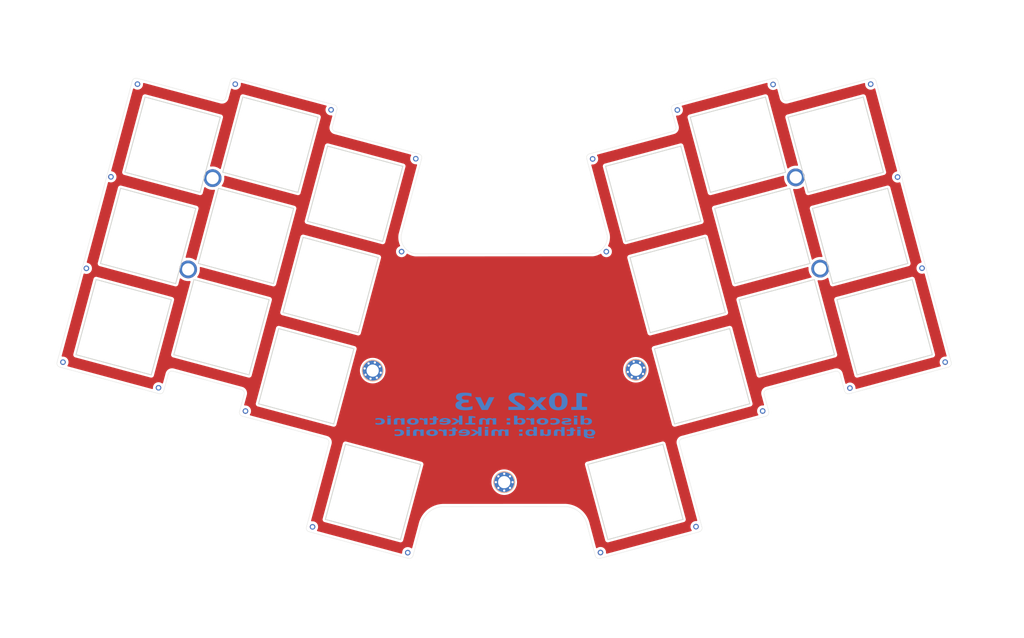
<source format=kicad_pcb>
(kicad_pcb (version 20240108) (generator "pcbnew") (generator_version "8.0")
  (title_block (title "Capsule") (date "2023-06-15") (rev "1.0"))
  (layers (0 "F.Cu" signal) (31 "B.Cu" signal) (34 "B.Paste" user) (35 "F.Paste" user) (36 "B.SilkS" user "B.Silkscreen") (37 "F.SilkS" user "F.Silkscreen") (38 "B.Mask" user) (39 "F.Mask" user) (44 "Edge.Cuts" user))
  (net 0 "")
  (footprint "miketronic_fplib:MB_VIA-.6mm" (layer "F.Cu") (at 146.462893 139.229397)
    (property "Reference" "REF**" (hide yes))
    (property "Value" "MB_VIA-.6mm" (hide yes))
    (pad "" thru_hole circle (at 0 0) (size 1 1) (drill 0.6) (layers "*.Cu" "*.Mask"))
  )
  (footprint "miketronic_fplib:MB_VIA-.6mm" (layer "F.Cu") (at 191.350971 109.639019)
    (property "Reference" "REF**" (hide yes))
    (property "Value" "MB_VIA-.6mm" (hide yes))
    (pad "" thru_hole circle (at 0 0) (size 1 1) (drill 0.6) (layers "*.Cu" "*.Mask"))
  )
  (footprint "miketronic_fplib:MB_VIA-.6mm" (layer "F.Cu") (at 66.925652 109.583484)
    (property "Reference" "REF**" (hide yes))
    (property "Value" "MB_VIA-.6mm" (hide yes))
    (pad "" thru_hole circle (at 0 0) (size 1 1) (drill 0.6) (layers "*.Cu" "*.Mask"))
  )
  (footprint "miketronic_fplib:MB_MountingHole_M2a" (layer "F.Cu") (at 76.661817 71.859201 -15)
    (property "Reference" "REF**" (hide yes))
    (property "Value" "MB_M2a")
    (pad "" thru_hole circle (at 0 0 345) (size 3.2 3.2) (drill 2.2) (layers "*.Cu" "*.Mask"))
  )
  (footprint "miketronic_fplib:MB_VIA-.6mm" (layer "F.Cu") (at 163.654581 134.570172)
    (property "Reference" "REF**" (hide yes))
    (property "Value" "MB_VIA-.6mm" (hide yes))
    (pad "" thru_hole circle (at 0 0) (size 1 1) (drill 0.6) (layers "*.Cu" "*.Mask"))
  )
  (footprint "miketronic_fplib:MB_VIA-.6mm" (layer "F.Cu") (at 204.327574 88.062406)
    (property "Reference" "REF**" (hide yes))
    (property "Value" "MB_VIA-.6mm" (hide yes))
    (pad "" thru_hole circle (at 0 0) (size 1 1) (drill 0.6) (layers "*.Cu" "*.Mask"))
  )
  (footprint "miketronic_fplib:MB_VIA-.6mm" (layer "F.Cu") (at 195.084919 54.941669)
    (property "Reference" "REF**" (hide yes))
    (property "Value" "MB_VIA-.6mm" (hide yes))
    (pad "" thru_hole circle (at 0 0) (size 1 1) (drill 0.6) (layers "*.Cu" "*.Mask"))
  )
  (footprint "miketronic_fplib:MB_VIA-.6mm" (layer "F.Cu") (at 80.737367 54.946508)
    (property "Reference" "REF**" (hide yes))
    (property "Value" "MB_VIA-.6mm" (hide yes))
    (pad "" thru_hole circle (at 0 0) (size 1 1) (drill 0.6) (layers "*.Cu" "*.Mask"))
  )
  (footprint "miketronic_fplib:MB_VIA-.6mm" (layer "F.Cu") (at 147.515571 85.079379)
    (property "Reference" "REF**" (hide yes))
    (property "Value" "MB_VIA-.6mm" (hide yes))
    (pad "" thru_hole circle (at 0 0) (size 1 1) (drill 0.6) (layers "*.Cu" "*.Mask"))
  )
  (footprint "miketronic_fplib:MB_VIA-.6mm" (layer "F.Cu") (at 94.642763 134.609956)
    (property "Reference" "REF**" (hide yes))
    (property "Value" "MB_VIA-.6mm" (hide yes))
    (pad "" thru_hole circle (at 0 0) (size 1 1) (drill 0.6) (layers "*.Cu" "*.Mask"))
  )
  (footprint "miketronic_fplib:MB_VIA-.6mm" (layer "F.Cu") (at 113.222254 68.361314)
    (property "Reference" "REF**" (hide yes))
    (property "Value" "MB_VIA-.6mm" (hide yes))
    (pad "" thru_hole circle (at 0 0) (size 1 1) (drill 0.6) (layers "*.Cu" "*.Mask"))
  )
  (footprint "miketronic_fplib:MB_VIA-.6mm" (layer "F.Cu") (at 97.979144 59.566429)
    (property "Reference" "REF**" (hide yes))
    (property "Value" "MB_VIA-.6mm" (hide yes))
    (pad "" thru_hole circle (at 0 0) (size 1 1) (drill 0.6) (layers "*.Cu" "*.Mask"))
  )
  (footprint "miketronic_fplib:MB_VIA-.6mm" (layer "F.Cu") (at 111.775007 139.25229)
    (property "Reference" "REF**" (hide yes))
    (property "Value" "MB_VIA-.6mm" (hide yes))
    (pad "" thru_hole circle (at 0 0) (size 1 1) (drill 0.6) (layers "*.Cu" "*.Mask"))
  )
  (footprint "miketronic_fplib:MB_VIA-.6mm" (layer "F.Cu") (at 49.732175 104.976506)
    (property "Reference" "REF**" (hide yes))
    (property "Value" "MB_VIA-.6mm" (hide yes))
    (pad "" thru_hole circle (at 0 0) (size 1 1) (drill 0.6) (layers "*.Cu" "*.Mask"))
  )
  (footprint "miketronic_fplib:MB_VIA-.6mm" (layer "F.Cu") (at 145.046791 68.39941)
    (property "Reference" "REF**" (hide yes))
    (property "Value" "MB_VIA-.6mm" (hide yes))
    (pad "" thru_hole circle (at 0 0) (size 1 1) (drill 0.6) (layers "*.Cu" "*.Mask"))
  )
  (footprint "miketronic_fplib:MB_VIA-.6mm" (layer "F.Cu") (at 177.521908 54.997944)
    (property "Reference" "REF**" (hide yes))
    (property "Value" "MB_VIA-.6mm" (hide yes))
    (pad "" thru_hole circle (at 0 0) (size 1 1) (drill 0.6) (layers "*.Cu" "*.Mask"))
  )
  (footprint "miketronic_fplib:MB_VIA-.6mm" (layer "F.Cu") (at 208.494363 104.966855)
    (property "Reference" "REF**" (hide yes))
    (property "Value" "MB_VIA-.6mm" (hide yes))
    (pad "" thru_hole circle (at 0 0) (size 1 1) (drill 0.6) (layers "*.Cu" "*.Mask"))
  )
  (footprint "miketronic_fplib:MB_VIA-.6mm" (layer "F.Cu") (at 82.573653 113.776352)
    (property "Reference" "REF**" (hide yes))
    (property "Value" "MB_VIA-.6mm" (hide yes))
    (pad "" thru_hole circle (at 0 0) (size 1 1) (drill 0.6) (layers "*.Cu" "*.Mask"))
  )
  (footprint "miketronic_fplib:MB_MountingHole_2.2mm_M2_Pad_Via" (layer "F.Cu") (at 129.135444 126.568264)
    (property "Reference" "REF**" (hide yes))
    (property "Value" "M2_Pad" (hide yes))
    (fp_circle (center 0 0) (end 1.9 0) (stroke (width 0.15)) (fill none) (layer "B.SilkS"))
    (fp_circle (center 0 0) (end 1.9 0) (stroke (width 0.15)) (fill none) (layer "F.SilkS"))
    (pad "" thru_hole circle (at -1.5 0) (size 0.4 0.4) (drill 0.4) (layers "*.Cu" "*.Mask"))
    (pad "" thru_hole circle (at -1.05 -1.05) (size 0.4 0.4) (drill 0.4) (layers "*.Cu" "*.Mask"))
    (pad "" thru_hole circle (at -1.05 1.05) (size 0.4 0.4) (drill 0.4) (layers "*.Cu" "*.Mask"))
    (pad "" thru_hole circle (at 0 -1.5) (size 0.4 0.4) (drill 0.4) (layers "*.Cu" "*.Mask"))
    (pad "" thru_hole circle (at 0 0) (size 3.6 3.6) (drill 2.2) (layers "*.Cu" "*.Mask"))
    (pad "" thru_hole circle (at 0 1.5) (size 0.4 0.4) (drill 0.4) (layers "*.Cu" "*.Mask"))
    (pad "" thru_hole circle (at 1.05 -1.05) (size 0.4 0.4) (drill 0.4) (layers "*.Cu" "*.Mask"))
    (pad "" thru_hole circle (at 1.05 1.05) (size 0.4 0.4) (drill 0.4) (layers "*.Cu" "*.Mask"))
    (pad "" thru_hole circle (at 1.5 0) (size 0.4 0.4) (drill 0.4) (layers "*.Cu" "*.Mask"))
  )
  (footprint "miketronic_fplib:MB_VIA-.6mm" (layer "F.Cu") (at 160.294865 59.595928)
    (property "Reference" "REF**" (hide yes))
    (property "Value" "MB_VIA-.6mm" (hide yes))
    (pad "" thru_hole circle (at 0 0) (size 1 1) (drill 0.6) (layers "*.Cu" "*.Mask"))
  )
  (footprint "miketronic_fplib:MB_MountingHole_2.2mm_M2_Pad_Via" (layer "F.Cu") (at 105.468932 106.495224 -15)
    (property "Reference" "REF**" (hide yes))
    (property "Value" "M2_Pad" (hide yes))
    (fp_circle (center 0 0) (end 1.9 0) (stroke (width 0.15)) (fill none) (layer "B.SilkS"))
    (fp_circle (center 0 0) (end 1.9 0) (stroke (width 0.15)) (fill none) (layer "F.SilkS"))
    (pad "" thru_hole circle (at -1.5 0 345) (size 0.4 0.4) (drill 0.4) (layers "*.Cu" "*.Mask"))
    (pad "" thru_hole circle (at -1.05 -1.05 345) (size 0.4 0.4) (drill 0.4) (layers "*.Cu" "*.Mask"))
    (pad "" thru_hole circle (at -1.05 1.05 345) (size 0.4 0.4) (drill 0.4) (layers "*.Cu" "*.Mask"))
    (pad "" thru_hole circle (at 0 -1.5 345) (size 0.4 0.4) (drill 0.4) (layers "*.Cu" "*.Mask"))
    (pad "" thru_hole circle (at 0 0 345) (size 3.6 3.6) (drill 2.2) (layers "*.Cu" "*.Mask"))
    (pad "" thru_hole circle (at 0 1.5 345) (size 0.4 0.4) (drill 0.4) (layers "*.Cu" "*.Mask"))
    (pad "" thru_hole circle (at 1.05 -1.05 345) (size 0.4 0.4) (drill 0.4) (layers "*.Cu" "*.Mask"))
    (pad "" thru_hole circle (at 1.05 1.05 345) (size 0.4 0.4) (drill 0.4) (layers "*.Cu" "*.Mask"))
    (pad "" thru_hole circle (at 1.5 0 345) (size 0.4 0.4) (drill 0.4) (layers "*.Cu" "*.Mask"))
  )
  (footprint "miketronic_fplib:MB_VIA-.6mm" (layer "F.Cu") (at 199.921847 71.663334)
    (property "Reference" "REF**" (hide yes))
    (property "Value" "MB_VIA-.6mm" (hide yes))
    (pad "" thru_hole circle (at 0 0) (size 1 1) (drill 0.6) (layers "*.Cu" "*.Mask"))
  )
  (footprint "miketronic_fplib:MB_VIA-.6mm" (layer "F.Cu") (at 63.138999 54.941548)
    (property "Reference" "REF**" (hide yes))
    (property "Value" "MB_VIA-.6mm" (hide yes))
    (pad "" thru_hole circle (at 0 0) (size 1 1) (drill 0.6) (layers "*.Cu" "*.Mask"))
  )
  (footprint "miketronic_fplib:MB_MountingHole_M2a" (layer "F.Cu") (at 185.998101 88.142216 15)
    (property "Reference" "REF**" (hide yes))
    (property "Value" "MB_M2a")
    (pad "" thru_hole circle (at 0 0 15) (size 3.2 3.2) (drill 2.2) (layers "*.Cu" "*.Mask"))
  )
  (footprint "miketronic_fplib:MB_MountingHole_M2a" (layer "F.Cu") (at 181.598176 71.721476 15)
    (property "Reference" "REF**" (hide yes))
    (property "Value" "MB_M2a")
    (pad "" thru_hole circle (at 0 0 15) (size 3.2 3.2) (drill 2.2) (layers "*.Cu" "*.Mask"))
  )
  (footprint "miketronic_fplib:MB_VIA-.6mm" (layer "F.Cu") (at 175.647924 113.765371)
    (property "Reference" "REF**" (hide yes))
    (property "Value" "MB_VIA-.6mm" (hide yes))
    (pad "" thru_hole circle (at 0 0) (size 1 1) (drill 0.6) (layers "*.Cu" "*.Mask"))
  )
  (footprint "miketronic_fplib:MB_VIA-.6mm" (layer "F.Cu") (at 58.358713 71.622715)
    (property "Reference" "REF**" (hide yes))
    (property "Value" "MB_VIA-.6mm" (hide yes))
    (pad "" thru_hole circle (at 0 0) (size 1 1) (drill 0.6) (layers "*.Cu" "*.Mask"))
  )
  (footprint "miketronic_fplib:MB_MountingHole_M2a" (layer "F.Cu") (at 72.261894 88.279941 -15)
    (property "Reference" "REF**" (hide yes))
    (property "Value" "MB_M2a")
    (pad "" thru_hole circle (at 0 0 345) (size 3.2 3.2) (drill 2.2) (layers "*.Cu" "*.Mask"))
  )
  (footprint "miketronic_fplib:MB_VIA-.6mm" (layer "F.Cu") (at 110.665572 85.07938)
    (property "Reference" "REF**" (hide yes))
    (property "Value" "MB_VIA-.6mm" (hide yes))
    (pad "" thru_hole circle (at 0 0) (size 1 1) (drill 0.6) (layers "*.Cu" "*.Mask"))
  )
  (footprint "miketronic_fplib:MB_VIA-.6mm" (layer "F.Cu") (at 53.945848 88.091751)
    (property "Reference" "REF**" (hide yes))
    (property "Value" "MB_VIA-.6mm" (hide yes))
    (pad "" thru_hole circle (at 0 0) (size 1 1) (drill 0.6) (layers "*.Cu" "*.Mask"))
  )
  (footprint "miketronic_fplib:MB_MountingHole_2.2mm_M2_Pad_Via" (layer "F.Cu") (at 152.8297 106.347146 15)
    (property "Reference" "REF**" (hide yes))
    (property "Value" "M2_Pad" (hide yes))
    (fp_circle (center 0 0) (end 1.9 0) (stroke (width 0.15)) (fill none) (layer "B.SilkS"))
    (fp_circle (center 0 0) (end 1.9 0) (stroke (width 0.15)) (fill none) (layer "F.SilkS"))
    (pad "" thru_hole circle (at -1.5 0 15) (size 0.4 0.4) (drill 0.4) (layers "*.Cu" "*.Mask"))
    (pad "" thru_hole circle (at -1.05 -1.05 15) (size 0.4 0.4) (drill 0.4) (layers "*.Cu" "*.Mask"))
    (pad "" thru_hole circle (at -1.05 1.05 15) (size 0.4 0.4) (drill 0.4) (layers "*.Cu" "*.Mask"))
    (pad "" thru_hole circle (at 0 -1.5 15) (size 0.4 0.4) (drill 0.4) (layers "*.Cu" "*.Mask"))
    (pad "" thru_hole circle (at 0 0 15) (size 3.6 3.6) (drill 2.2) (layers "*.Cu" "*.Mask"))
    (pad "" thru_hole circle (at 0 1.5 15) (size 0.4 0.4) (drill 0.4) (layers "*.Cu" "*.Mask"))
    (pad "" thru_hole circle (at 1.05 -1.05 15) (size 0.4 0.4) (drill 0.4) (layers "*.Cu" "*.Mask"))
    (pad "" thru_hole circle (at 1.05 1.05 15) (size 0.4 0.4) (drill 0.4) (layers "*.Cu" "*.Mask"))
    (pad "" thru_hole circle (at 1.5 0 15) (size 0.4 0.4) (drill 0.4) (layers "*.Cu" "*.Mask"))
  )
  (footprint "miketronic_fplib:MB_ChocCutout-1U_17mm" (layer "B.Cu") (at 105.503953 131.112915 165)
    (property "Reference" "SW10")
    (property "Value" "SW")
    (fp_line (start 7.7 -4.3) (end -6.3 -4.3) (stroke (width 0.15)) (layer "Edge.Cuts"))
    (fp_line (start 7.7 9.7) (end 7.7 -4.3) (stroke (width 0.15)) (layer "Edge.Cuts"))
    (fp_line (start -6.3 -4.3) (end -6.299999 9.7) (stroke (width 0.15)) (layer "Edge.Cuts"))
    (fp_line (start -6.299999 9.7) (end 7.7 9.7) (stroke (width 0.15)) (layer "Edge.Cuts"))
  )
  (footprint "miketronic_fplib:MB_ChocCutout-1U_17mm" (layer "B.Cu") (at 65.036322 85.052584 165)
    (property "Reference" "SW4")
    (property "Value" "SW")
    (fp_line (start 7.7 -4.3) (end -6.3 -4.3) (stroke (width 0.15)) (layer "Edge.Cuts"))
    (fp_line (start 7.7 9.7) (end 7.7 -4.3) (stroke (width 0.15)) (layer "Edge.Cuts"))
    (fp_line (start -6.3 -4.3) (end -6.299999 9.7) (stroke (width 0.15)) (layer "Edge.Cuts"))
    (fp_line (start -6.299999 9.7) (end 7.7 9.7) (stroke (width 0.15)) (layer "Edge.Cuts"))
  )
  (footprint "miketronic_fplib:MB_ChocCutout-1U_17mm" (layer "B.Cu") (at 78.236394 101.473322 165)
    (property "Reference" "SW8")
    (property "Value" "SW")
    (fp_line (start 7.7 -4.3) (end -6.3 -4.3) (stroke (width 0.15)) (layer "Edge.Cuts"))
    (fp_line (start 7.7 9.7) (end 7.7 -4.3) (stroke (width 0.15)) (layer "Edge.Cuts"))
    (fp_line (start -6.3 -4.3) (end -6.299999 9.7) (stroke (width 0.15)) (layer "Edge.Cuts"))
    (fp_line (start -6.299999 9.7) (end 7.7 9.7) (stroke (width 0.15)) (layer "Edge.Cuts"))
  )
  (footprint "miketronic_fplib:MB_ChocCutout-1U_17mm" (layer "B.Cu") (at 194.569786 84.690238 -165)
    (property "Reference" "SW16")
    (property "Value" "SW")
    (fp_line (start 7.7 9.7) (end 7.7 -4.3) (stroke (width 0.15)) (layer "Edge.Cuts"))
    (fp_line (start 7.7 -4.3) (end -6.3 -4.3) (stroke (width 0.15)) (layer "Edge.Cuts"))
    (fp_line (start -6.3 9.7) (end 7.7 9.7) (stroke (width 0.15)) (layer "Edge.Cuts"))
    (fp_line (start -6.3 -4.3) (end -6.3 9.7) (stroke (width 0.15)) (layer "Edge.Cuts"))
  )
  (footprint "miketronic_fplib:MB_ChocCutout-1U_17mm" (layer "B.Cu") (at 172.569863 68.269498 -165)
    (property "Reference" "SW12")
    (property "Value" "SW")
    (fp_line (start 7.7 9.7) (end 7.7 -4.3) (stroke (width 0.15)) (layer "Edge.Cuts"))
    (fp_line (start 7.7 -4.3) (end -6.3 -4.3) (stroke (width 0.15)) (layer "Edge.Cuts"))
    (fp_line (start -6.3 9.7) (end 7.7 9.7) (stroke (width 0.15)) (layer "Edge.Cuts"))
    (fp_line (start -6.3 -4.3) (end -6.3 9.7) (stroke (width 0.15)) (layer "Edge.Cuts"))
  )
  (footprint "miketronic_fplib:MB_ChocCutout-1U_17mm" (layer "B.Cu") (at 93.482869 110.304174 165)
    (property "Reference" "SW9")
    (property "Value" "SW")
    (fp_line (start 7.7 -4.3) (end -6.3 -4.3) (stroke (width 0.15)) (layer "Edge.Cuts"))
    (fp_line (start 7.7 9.7) (end 7.7 -4.3) (stroke (width 0.15)) (layer "Edge.Cuts"))
    (fp_line (start -6.3 -4.3) (end -6.299999 9.7) (stroke (width 0.15)) (layer "Edge.Cuts"))
    (fp_line (start -6.299999 9.7) (end 7.7 9.7) (stroke (width 0.15)) (layer "Edge.Cuts"))
  )
  (footprint "miketronic_fplib:MB_ChocCutout-1U_17mm" (layer "B.Cu") (at 69.436241 68.631845 165)
    (property "Reference" "SW1")
    (property "Value" "SW")
    (fp_line (start 7.7 -4.3) (end -6.3 -4.3) (stroke (width 0.15)) (layer "Edge.Cuts"))
    (fp_line (start 7.7 9.7) (end 7.7 -4.3) (stroke (width 0.15)) (layer "Edge.Cuts"))
    (fp_line (start -6.3 -4.3) (end -6.299999 9.7) (stroke (width 0.15)) (layer "Edge.Cuts"))
    (fp_line (start -6.299999 9.7) (end 7.7 9.7) (stroke (width 0.15)) (layer "Edge.Cuts"))
  )
  (footprint "miketronic_fplib:MB_ChocCutout-1U_17mm" (layer "B.Cu") (at 176.96979 84.690235 -165)
    (property "Reference" "SW15")
    (property "Value" "SW")
    (fp_line (start 7.7 9.7) (end 7.7 -4.3) (stroke (width 0.15)) (layer "Edge.Cuts"))
    (fp_line (start 7.7 -4.3) (end -6.3 -4.3) (stroke (width 0.15)) (layer "Edge.Cuts"))
    (fp_line (start -6.3 9.7) (end 7.7 9.7) (stroke (width 0.15)) (layer "Edge.Cuts"))
    (fp_line (start -6.3 -4.3) (end -6.3 9.7) (stroke (width 0.15)) (layer "Edge.Cuts"))
  )
  (footprint "miketronic_fplib:MB_ChocCutout-1U_17mm" (layer "B.Cu") (at 181.369714 101.110975 -165)
    (property "Reference" "SW18")
    (property "Value" "SW")
    (fp_line (start 7.7 9.7) (end 7.7 -4.3) (stroke (width 0.15)) (layer "Edge.Cuts"))
    (fp_line (start 7.7 -4.3) (end -6.3 -4.3) (stroke (width 0.15)) (layer "Edge.Cuts"))
    (fp_line (start -6.3 9.7) (end 7.7 9.7) (stroke (width 0.15)) (layer "Edge.Cuts"))
    (fp_line (start -6.3 -4.3) (end -6.3 9.7) (stroke (width 0.15)) (layer "Edge.Cuts"))
  )
  (footprint "miketronic_fplib:MB_ChocCutout-1U_17mm" (layer "B.Cu") (at 60.636399 101.473323 165)
    (property "Reference" "SW7")
    (property "Value" "SW")
    (fp_line (start 7.7 -4.3) (end -6.3 -4.3) (stroke (width 0.15)) (layer "Edge.Cuts"))
    (fp_line (start 7.7 9.7) (end 7.7 -4.3) (stroke (width 0.15)) (layer "Edge.Cuts"))
    (fp_line (start -6.3 -4.3) (end -6.299999 9.7) (stroke (width 0.15)) (layer "Edge.Cuts"))
    (fp_line (start -6.299999 9.7) (end 7.7 9.7) (stroke (width 0.15)) (layer "Edge.Cuts"))
  )
  (footprint "miketronic_fplib:MB_ChocCutout-1U_17mm" (layer "B.Cu") (at 157.329864 77.099499 -165)
    (property "Reference" "SW11")
    (property "Value" "SW")
    (fp_line (start 7.7 9.7) (end 7.7 -4.3) (stroke (width 0.15)) (layer "Edge.Cuts"))
    (fp_line (start 7.7 -4.3) (end -6.3 -4.3) (stroke (width 0.15)) (layer "Edge.Cuts"))
    (fp_line (start -6.3 9.7) (end 7.7 9.7) (stroke (width 0.15)) (layer "Edge.Cuts"))
    (fp_line (start -6.3 -4.3) (end -6.3 9.7) (stroke (width 0.15)) (layer "Edge.Cuts"))
  )
  (footprint "miketronic_fplib:MB_ChocCutout-1U_17mm" (layer "B.Cu") (at 102.282715 77.462696 165)
    (property "Reference" "SW3")
    (property "Value" "SW")
    (fp_line (start 7.7 -4.3) (end -6.3 -4.3) (stroke (width 0.15)) (layer "Edge.Cuts"))
    (fp_line (start 7.7 9.7) (end 7.7 -4.3) (stroke (width 0.15)) (layer "Edge.Cuts"))
    (fp_line (start -6.3 -4.3) (end -6.299999 9.7) (stroke (width 0.15)) (layer "Edge.Cuts"))
    (fp_line (start -6.299999 9.7) (end 7.7 9.7) (stroke (width 0.15)) (layer "Edge.Cuts"))
  )
  (footprint "miketronic_fplib:MB_ChocCutout-1U_17mm" (layer "B.Cu") (at 190.169865 68.269498 -165)
    (property "Reference" "SW13")
    (property "Value" "SW")
    (fp_line (start 7.7 9.7) (end 7.7 -4.3) (stroke (width 0.15)) (layer "Edge.Cuts"))
    (fp_line (start 7.7 -4.3) (end -6.3 -4.3) (stroke (width 0.15)) (layer "Edge.Cuts"))
    (fp_line (start -6.3 9.7) (end 7.7 9.7) (stroke (width 0.15)) (layer "Edge.Cuts"))
    (fp_line (start -6.3 -4.3) (end -6.3 9.7) (stroke (width 0.15)) (layer "Edge.Cuts"))
  )
  (footprint "miketronic_fplib:MB_ChocCutout-1U_17mm" (layer "B.Cu") (at 82.636319 85.052581 165)
    (property "Reference" "SW5")
    (property "Value" "SW")
    (fp_line (start 7.7 -4.3) (end -6.3 -4.3) (stroke (width 0.15)) (layer "Edge.Cuts"))
    (fp_line (start 7.7 9.7) (end 7.7 -4.3) (stroke (width 0.15)) (layer "Edge.Cuts"))
    (fp_line (start -6.3 -4.3) (end -6.299999 9.7) (stroke (width 0.15)) (layer "Edge.Cuts"))
    (fp_line (start -6.299999 9.7) (end 7.7 9.7) (stroke (width 0.15)) (layer "Edge.Cuts"))
  )
  (footprint "miketronic_fplib:MB_ChocCutout-1U_17mm" (layer "B.Cu") (at 154.113664 130.749831 -165)
    (property "Reference" "SW20")
    (property "Value" "SW")
    (fp_line (start 7.7 9.7) (end 7.7 -4.3) (stroke (width 0.15)) (layer "Edge.Cuts"))
    (fp_line (start 7.7 -4.3) (end -6.3 -4.3) (stroke (width 0.15)) (layer "Edge.Cuts"))
    (fp_line (start -6.3 9.7) (end 7.7 9.7) (stroke (width 0.15)) (layer "Edge.Cuts"))
    (fp_line (start -6.3 -4.3) (end -6.3 9.7) (stroke (width 0.15)) (layer "Edge.Cuts"))
  )
  (footprint "miketronic_fplib:MB_ChocCutout-1U_17mm" (layer "B.Cu") (at 161.729792 93.520239 -165)
    (property "Reference" "SW14")
    (property "Value" "SW")
    (fp_line (start 7.7 9.7) (end 7.7 -4.3) (stroke (width 0.15)) (layer "Edge.Cuts"))
    (fp_line (start 7.7 -4.3) (end -6.3 -4.3) (stroke (width 0.15)) (layer "Edge.Cuts"))
    (fp_line (start -6.3 9.7) (end 7.7 9.7) (stroke (width 0.15)) (layer "Edge.Cuts"))
    (fp_line (start -6.3 -4.3) (end -6.3 9.7) (stroke (width 0.15)) (layer "Edge.Cuts"))
  )
  (footprint "miketronic_fplib:MB_ChocCutout-1U_17mm" (layer "B.Cu") (at 87.036244 68.631843 165)
    (property "Reference" "SW2")
    (property "Value" "SW")
    (fp_line (start 7.7 -4.3) (end -6.3 -4.3) (stroke (width 0.15)) (layer "Edge.Cuts"))
    (fp_line (start 7.7 9.7) (end 7.7 -4.3) (stroke (width 0.15)) (layer "Edge.Cuts"))
    (fp_line (start -6.3 -4.3) (end -6.299999 9.7) (stroke (width 0.15)) (layer "Edge.Cuts"))
    (fp_line (start -6.299999 9.7) (end 7.7 9.7) (stroke (width 0.15)) (layer "Edge.Cuts"))
  )
  (footprint "miketronic_fplib:MB_ChocCutout-1U_17mm" (layer "B.Cu") (at 166.129714 109.940975 -165)
    (property "Reference" "SW17")
    (property "Value" "SW")
    (fp_line (start 7.7 9.7) (end 7.7 -4.3) (stroke (width 0.15)) (layer "Edge.Cuts"))
    (fp_line (start 7.7 -4.3) (end -6.3 -4.3) (stroke (width 0.15)) (layer "Edge.Cuts"))
    (fp_line (start -6.3 9.7) (end 7.7 9.7) (stroke (width 0.15)) (layer "Edge.Cuts"))
    (fp_line (start -6.3 -4.3) (end -6.3 9.7) (stroke (width 0.15)) (layer "Edge.Cuts"))
  )
  (footprint "miketronic_fplib:MB_ChocCutout-1U_17mm" (layer "B.Cu") (at 198.96971 101.110978 -165)
    (property "Reference" "SW19")
    (property "Value" "SW")
    (fp_line (start 7.7 9.7) (end 7.7 -4.3) (stroke (width 0.15)) (layer "Edge.Cuts"))
    (fp_line (start 7.7 -4.3) (end -6.3 -4.3) (stroke (width 0.15)) (layer "Edge.Cuts"))
    (fp_line (start -6.3 9.7) (end 7.7 9.7) (stroke (width 0.15)) (layer "Edge.Cuts"))
    (fp_line (start -6.3 -4.3) (end -6.3 9.7) (stroke (width 0.15)) (layer "Edge.Cuts"))
  )
  (footprint "miketronic_fplib:MB_ChocCutout-1U_17mm" (layer "B.Cu") (at 97.882791 93.883435 165)
    (property "Reference" "SW6")
    (property "Value" "SW")
    (fp_line (start 7.7 -4.3) (end -6.3 -4.3) (stroke (width 0.15)) (layer "Edge.Cuts"))
    (fp_line (start 7.7 9.7) (end 7.7 -4.3) (stroke (width 0.15)) (layer "Edge.Cuts"))
    (fp_line (start -6.3 -4.3) (end -6.299999 9.7) (stroke (width 0.15)) (layer "Edge.Cuts"))
    (fp_line (start -6.299999 9.7) (end 7.7 9.7) (stroke (width 0.15)) (layer "Edge.Cuts"))
  )
  (gr_line (start 146.404375 140.281334) (end 164.234025 135.510235) (stroke (width 0.05)) (layer "Edge.Cuts"))
  (gr_arc (start 177.523672 53.889141) (mid 178.066705 53.941484) (end 178.404022 54.370237) (stroke (width 0.05)) (layer "Edge.Cuts"))
  (gr_line (start 179.224026 57.430235) (end 178.404022 54.370237) (stroke (width 0.05)) (layer "Edge.Cuts"))
  (gr_line (start 68.69367 107.091335) (end 67.864374 110.169138) (stroke (width 0.05)) (layer "Edge.Cuts"))
  (gr_line (start 81.99512 114.690587) (end 97.092924 118.729885) (stroke (width 0.05)) (layer "Edge.Cuts"))
  (gr_arc (start 81.842926 109.899885) (mid 82.271725 110.237202) (end 82.324024 110.780235) (stroke (width 0.05)) (layer "Edge.Cuts"))
  (gr_arc (start 209.57512 104.979884) (mid 209.522824 105.522936) (end 209.094025 105.860232) (stroke (width 0.05)) (layer "Edge.Cuts"))
  (gr_line (start 164.715118 134.629883) (end 160.682928 119.610589) (stroke (width 0.05)) (layer "Edge.Cuts"))
  (gr_arc (start 143.982928 68.370589) (mid 144.035261 67.827559) (end 144.464024 67.490239) (stroke (width 0.05)) (layer "Edge.Cuts"))
  (gr_arc (start 159.222926 59.550591) (mid 159.275259 59.007544) (end 159.704021 58.670239) (stroke (width 0.05)) (layer "Edge.Cuts"))
  (gr_line (start 97.574025 119.610236) (end 93.552926 134.619882) (stroke (width 0.05)) (layer "Edge.Cuts"))
  (gr_line (start 143.982928 68.370589) (end 147.628138 82.014794) (stroke (width 0.05)) (layer "Edge.Cuts"))
  (gr_arc (start 160.035118 62.559885) (mid 159.982822 63.102919) (end 159.554023 63.440235) (stroke (width 0.05)) (layer "Edge.Cuts"))
  (gr_arc (start 176.735121 113.809883) (mid 176.682825 114.352937) (end 176.254024 114.690234) (stroke (width 0.05)) (layer "Edge.Cuts"))
  (gr_arc (start 98.552927 58.669886) (mid 98.981725 59.007204) (end 99.034023 59.550236) (stroke (width 0.05)) (layer "Edge.Cuts"))
  (gr_line (start 144.464024 67.490239) (end 159.554023 63.440235) (stroke (width 0.05)) (layer "Edge.Cuts"))
  (gr_arc (start 62.203671 54.371331) (mid 62.540988 53.942569) (end 63.084024 53.890238) (stroke (width 0.05)) (layer "Edge.Cuts"))
  (gr_arc (start 188.68367 106.619141) (mid 189.226704 106.671483) (end 189.56402 107.100236) (stroke (width 0.05)) (layer "Edge.Cuts"))
  (gr_arc (start 79.843672 54.361333) (mid 80.180987 53.932571) (end 80.724022 53.880236) (stroke (width 0.05)) (layer "Edge.Cuts"))
  (gr_line (start 145.524025 139.800237) (end 144.031069 134.188615) (stroke (width 0.05)) (layer "Edge.Cuts"))
  (gr_arc (start 191.264377 110.651334) (mid 190.721327 110.599047) (end 190.384023 110.170238) (stroke (width 0.05)) (layer "Edge.Cuts"))
  (gr_arc (start 147.628138 82.014794) (mid 147.073572 84.27485) (end 145.051355 85.426392) (stroke (width 0.05)) (layer "Edge.Cuts"))
  (gr_arc (start 112.724023 139.800237) (mid 112.386719 140.229011) (end 111.843671 140.281333) (stroke (width 0.05)) (layer "Edge.Cuts"))
  (gr_arc (start 67.864374 110.169138) (mid 67.527052 110.597935) (end 66.98402 110.650238) (stroke (width 0.05)) (layer "Edge.Cuts"))
  (gr_line (start 113.18577 85.445149) (end 145.051355 85.426392) (stroke (width 0.05)) (layer "Edge.Cuts"))
  (gr_arc (start 146.404375 140.281334) (mid 145.861338 140.228989) (end 145.524025 139.800237) (stroke (width 0.05)) (layer "Edge.Cuts"))
  (gr_arc (start 79.021331 57.431454) (mid 78.684024 57.860278) (end 78.140979 57.912553) (stroke (width 0.05)) (layer "Edge.Cuts"))
  (gr_arc (start 98.705117 63.450589) (mid 98.276358 63.113269) (end 98.224025 62.570237) (stroke (width 0.05)) (layer "Edge.Cuts"))
  (gr_line (start 180.104373 57.911335) (end 195.163671 53.889139) (stroke (width 0.05)) (layer "Edge.Cuts"))
  (gr_line (start 114.226975 134.198615) (end 112.724023 139.800237) (stroke (width 0.05)) (layer "Edge.Cuts"))
  (gr_line (start 94.034023 135.500234) (end 111.843671 140.281333) (stroke (width 0.05)) (layer "Edge.Cuts"))
  (gr_line (start 82.324024 110.780235) (end 81.514021 113.810237) (stroke (width 0.05)) (layer "Edge.Cuts"))
  (gr_line (start 159.222926 59.550591) (end 160.035118 62.559885) (stroke (width 0.05)) (layer "Edge.Cuts"))
  (gr_arc (start 81.99512 114.690587) (mid 81.566361 114.35327) (end 81.514021 113.810237) (stroke (width 0.05)) (layer "Edge.Cuts"))
  (gr_line (start 62.203671 54.371331) (end 48.674024 104.980235) (stroke (width 0.05)) (layer "Edge.Cuts"))
  (gr_arc (start 175.922925 110.78059) (mid 175.975259 110.237542) (end 176.404023 109.900239) (stroke (width 0.05)) (layer "Edge.Cuts"))
  (gr_line (start 49.155119 105.860586) (end 66.98402 110.650238) (stroke (width 0.05)) (layer "Edge.Cuts"))
  (gr_line (start 161.164019 118.73024) (end 176.254024 114.690234) (stroke (width 0.05)) (layer "Edge.Cuts"))
  (gr_line (start 159.704021 58.670239) (end 177.523672 53.889141) (stroke (width 0.05)) (layer "Edge.Cuts"))
  (gr_arc (start 114.226975 134.198615) (mid 115.687756 131.88097) (end 118.274022 130.977347) (stroke (width 0.05)) (layer "Edge.Cuts"))
  (gr_line (start 176.404023 109.900239) (end 188.68367 106.619141) (stroke (width 0.05)) (layer "Edge.Cuts"))
  (gr_arc (start 195.163671 53.889139) (mid 195.706717 53.941425) (end 196.044019 54.370237) (stroke (width 0.05)) (layer "Edge.Cuts"))
  (gr_arc (start 94.034023 135.500234) (mid 93.605231 135.162933) (end 93.552926 134.619882) (stroke (width 0.05)) (layer "Edge.Cuts"))
  (gr_line (start 190.384023 110.170238) (end 189.56402 107.100236) (stroke (width 0.05)) (layer "Edge.Cuts"))
  (gr_arc (start 68.69367 107.091335) (mid 69.030986 106.66257) (end 69.574025 106.610237) (stroke (width 0.05)) (layer "Edge.Cuts"))
  (gr_line (start 63.084024 53.890238) (end 78.140979 57.912553) (stroke (width 0.05)) (layer "Edge.Cuts"))
  (gr_line (start 98.224025 62.570237) (end 99.034023 59.550236) (stroke (width 0.05)) (layer "Edge.Cuts"))
  (gr_line (start 191.264377 110.651334) (end 209.094025 105.860232) (stroke (width 0.05)) (layer "Edge.Cuts"))
  (gr_line (start 110.61991 82.034793) (end 114.274025 68.380238) (stroke (width 0.05)) (layer "Edge.Cuts"))
  (gr_line (start 118.274022 130.977347) (end 139.984022 130.967347) (stroke (width 0.05)) (layer "Edge.Cuts"))
  (gr_arc (start 139.984022 130.967347) (mid 142.570298 131.870981) (end 144.031069 134.188615) (stroke (width 0.05)) (layer "Edge.Cuts"))
  (gr_line (start 209.57512 104.979884) (end 196.044019 54.370237) (stroke (width 0.05)) (layer "Edge.Cuts"))
  (gr_arc (start 113.792923 67.499887) (mid 114.221661 67.83722) (end 114.274025 68.380238) (stroke (width 0.05)) (layer "Edge.Cuts"))
  (gr_line (start 176.735121 113.809883) (end 175.922925 110.78059) (stroke (width 0.05)) (layer "Edge.Cuts"))
  (gr_line (start 80.724022 53.880236) (end 98.552927 58.669886) (stroke (width 0.05)) (layer "Edge.Cuts"))
  (gr_line (start 79.843672 54.361333) (end 79.021331 57.431454) (stroke (width 0.05)) (layer "Edge.Cuts"))
  (gr_arc (start 160.682928 119.610589) (mid 160.73526 119.067562) (end 161.164019 118.73024) (stroke (width 0.05)) (layer "Edge.Cuts"))
  (gr_arc (start 180.104373 57.911335) (mid 179.561324 57.859046) (end 179.224026 57.430235) (stroke (width 0.05)) (layer "Edge.Cuts"))
  (gr_line (start 69.574025 106.610237) (end 81.842926 109.899885) (stroke (width 0.05)) (layer "Edge.Cuts"))
  (gr_line (start 98.705117 63.450589) (end 113.792923 67.499887) (stroke (width 0.05)) (layer "Edge.Cuts"))
  (gr_arc (start 97.092924 118.729885) (mid 97.521724 119.067202) (end 97.574025 119.610236) (stroke (width 0.05)) (layer "Edge.Cuts"))
  (gr_arc (start 49.155119 105.860586) (mid 48.726361 105.523267) (end 48.674024 104.980235) (stroke (width 0.05)) (layer "Edge.Cuts"))
  (gr_arc (start 164.715118 134.629883) (mid 164.662823 135.172935) (end 164.234025 135.510235) (stroke (width 0.05)) (layer "Edge.Cuts"))
  (gr_arc (start 113.18577 85.445149) (mid 111.171164 84.290463) (end 110.61991 82.034793) (stroke (width 0.05)) (layer "Edge.Cuts"))
  (gr_text "10x2 v3" (at 144.704429 114.085619 0) (layer "B.Cu") (effects (font (size 3 4) (thickness 0.4) (bold yes) (italic yes)) (justify left bottom mirror)))
  (gr_text "github: miketronic" (at 145.68 118.49 0) (layer "B.Cu") (effects (font (size 1.5 2.5) (thickness 0.2) (bold yes) (italic yes)) (justify left bottom mirror)))
  (gr_text "discord: m1ketronic" (at 145.09 116.46 0) (layer "B.Cu") (effects (font (size 1.5 2.5) (thickness 0.2) (bold yes) (italic yes)) (justify left bottom mirror)))
  (zone (net 0) (net_name "") (layer "F.Cu") (connect_pads (clearance 0.5)) (min_thickness 0.25) (fill yes (thermal_gap 0.5) (thermal_bridge_width 0.5) (island_removal_mode 1) (island_area_min 10))
    (polygon (pts (xy 42.7 39.8) (xy 219.1 40.5) (xy 222.7 154.6) (xy 38.4 152.6)))
  )
)
</source>
